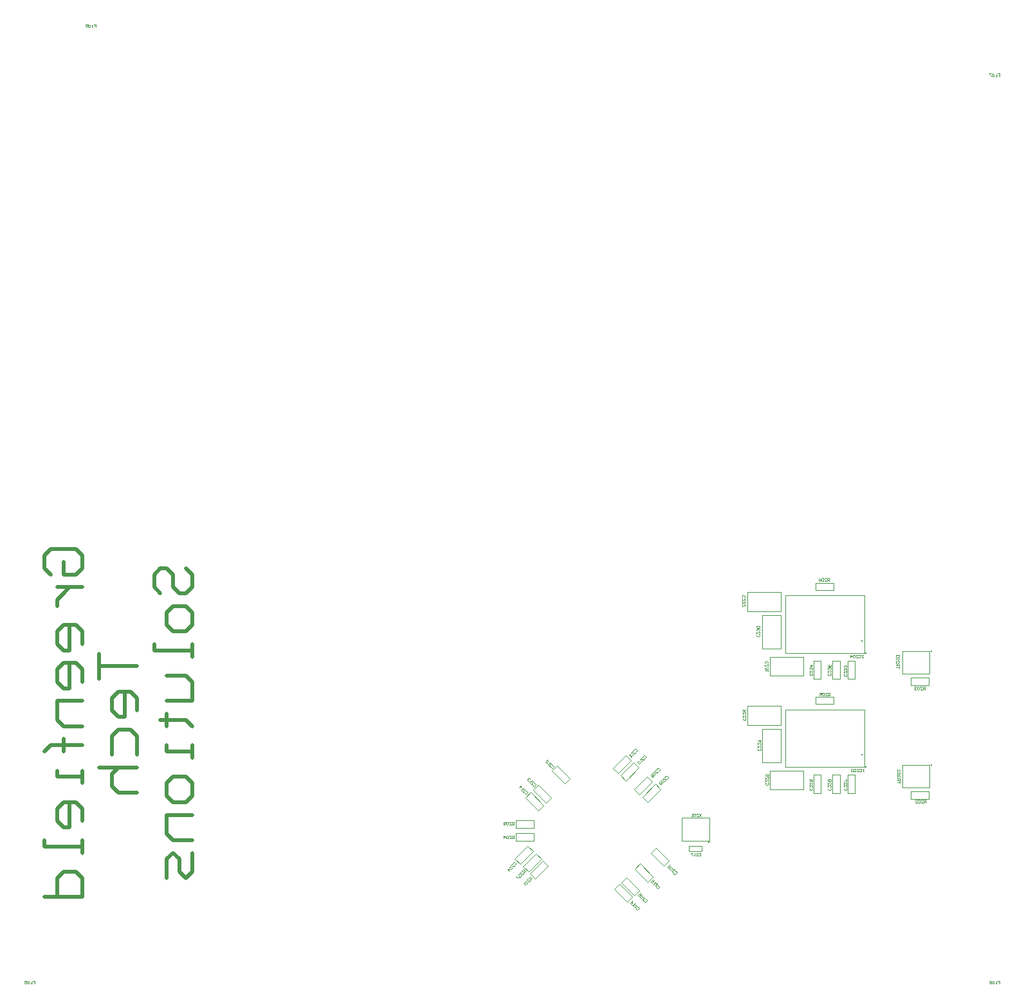
<source format=gbr>
%TF.GenerationSoftware,Altium Limited,Altium Designer,22.1.2 (22)*%
G04 Layer_Color=32896*
%FSLAX26Y26*%
%MOIN*%
%TF.SameCoordinates,4DF63D30-2817-4CE9-9CB3-8786E99D956B*%
%TF.FilePolarity,Positive*%
%TF.FileFunction,Legend,Bot*%
%TF.Part,Single*%
G01*
G75*
%TA.AperFunction,NonConductor*%
%ADD95C,0.003937*%
%ADD96C,0.001968*%
%ADD97C,0.001000*%
%ADD98C,0.020000*%
%ADD99C,0.003000*%
%ADD100R,0.009842X0.009842*%
%ADD101R,0.007874X0.007874*%
%ADD102R,0.005906X0.005906*%
D95*
X5362205Y2803150D02*
Y3102362D01*
X4952756Y2803150D02*
Y3102362D01*
X5362205D01*
X4952756Y2803150D02*
X5362205D01*
Y2212598D02*
Y2511811D01*
X4952756Y2212598D02*
Y2511811D01*
X5362205D01*
X4952756Y2212598D02*
X5362205D01*
D96*
X5559052Y2814961D02*
X5700787D01*
X5559052Y2696848D02*
X5700787D01*
X5559052D02*
Y2814961D01*
X5700787Y2696848D02*
Y2814961D01*
X4873693Y2785433D02*
X5047244D01*
X4873693Y2687008D02*
Y2785433D01*
Y2687008D02*
X5047244D01*
Y2785433D01*
X4559055Y1830709D02*
Y1948822D01*
X4417318Y1830709D02*
Y1948822D01*
X4559055D01*
X4417318Y1830709D02*
X4559055D01*
X4832677Y2235898D02*
Y2409449D01*
Y2235898D02*
X4931102D01*
Y2409449D01*
X4832677D02*
X4931102D01*
X4873693Y2194882D02*
X5047244D01*
X4873693Y2096457D02*
Y2194882D01*
Y2096457D02*
X5047244D01*
Y2194882D01*
X4755583Y2529528D02*
X4929134D01*
X4755583Y2431102D02*
Y2529528D01*
Y2431102D02*
X4929134D01*
Y2529528D01*
X4832677Y2826449D02*
Y3000000D01*
Y2826449D02*
X4931102D01*
Y3000000D01*
X4832677D02*
X4931102D01*
X4755583Y3120079D02*
X4929134D01*
X4755583Y3021654D02*
Y3120079D01*
Y3021654D02*
X4929134D01*
Y3120079D01*
X5559052Y2224409D02*
X5700787D01*
X5559052Y2106296D02*
X5700787D01*
X5559052D02*
Y2224409D01*
X5700787Y2106296D02*
Y2224409D01*
D97*
X3551584Y1735934D02*
X3618397Y1802747D01*
X3551584Y1735934D02*
X3578454Y1709064D01*
X3645267Y1775877D01*
X3618397Y1802747D02*
X3645267Y1775877D01*
X4102765Y1614460D02*
X4169578Y1547647D01*
X4196448Y1574517D01*
X4129635Y1641330D02*
X4196448Y1574517D01*
X4102765Y1614460D02*
X4129635Y1641330D01*
X4256308Y1768003D02*
X4323121Y1701190D01*
X4349991Y1728060D01*
X4283178Y1794873D02*
X4349991Y1728060D01*
X4256308Y1768003D02*
X4283178Y1794873D01*
X4239871Y2031899D02*
X4306684Y2098712D01*
X4279814Y2125582D02*
X4306684Y2098712D01*
X4213001Y2058769D02*
X4279814Y2125582D01*
X4213001Y2058769D02*
X4239871Y2031899D01*
X4196564Y2071269D02*
X4263377Y2138082D01*
X4236507Y2164952D02*
X4263377Y2138082D01*
X4169694Y2098139D02*
X4236507Y2164952D01*
X4169694Y2098139D02*
X4196564Y2071269D01*
X4125698Y2142135D02*
X4192511Y2208948D01*
X4165641Y2235818D02*
X4192511Y2208948D01*
X4098828Y2169005D02*
X4165641Y2235818D01*
X4098828Y2169005D02*
X4125698Y2142135D01*
X4086328Y2181505D02*
X4153141Y2248318D01*
X4126271Y2275188D02*
X4153141Y2248318D01*
X4059457Y2208375D02*
X4126271Y2275188D01*
X4059457Y2208375D02*
X4086328Y2181505D01*
X3771367Y2220070D02*
X3838180Y2153257D01*
X3744497Y2193200D02*
X3771367Y2220070D01*
X3744497Y2193200D02*
X3811310Y2126387D01*
X3838180Y2153257D01*
X3672942Y2121645D02*
X3739755Y2054831D01*
X3646072Y2094775D02*
X3672942Y2121645D01*
X3646072Y2094775D02*
X3712885Y2027961D01*
X3739755Y2054831D01*
X3633572Y2082275D02*
X3700385Y2015461D01*
X3606702Y2055405D02*
X3633572Y2082275D01*
X3606702Y2055405D02*
X3673515Y1988591D01*
X3700385Y2015461D01*
X4173631Y1685326D02*
X4240444Y1618513D01*
X4267314Y1645383D01*
X4200501Y1712196D02*
X4267314Y1645383D01*
X4173631Y1685326D02*
X4200501Y1712196D01*
X4067331Y1579027D02*
X4134145Y1512213D01*
X4161015Y1539083D01*
X4094202Y1605897D02*
X4161015Y1539083D01*
X4067331Y1579027D02*
X4094202Y1605897D01*
X4454724Y1778339D02*
Y1804339D01*
X4521654D01*
Y1778339D02*
Y1804339D01*
X4454724Y1778339D02*
X4521654D01*
X5276276Y2078740D02*
Y2173228D01*
Y2078740D02*
X5314276D01*
Y2173228D01*
X5276276D02*
X5314276D01*
X5099110Y2078740D02*
Y2173228D01*
Y2078740D02*
X5137110D01*
Y2173228D01*
X5099110D02*
X5137110D01*
X5197535Y2078740D02*
Y2173228D01*
Y2078740D02*
X5235535D01*
Y2173228D01*
X5197535D02*
X5235535D01*
X5276276Y2669291D02*
Y2763780D01*
Y2669291D02*
X5314276D01*
Y2763780D01*
X5276276D02*
X5314276D01*
X5099110Y2669291D02*
Y2763780D01*
Y2669291D02*
X5137110D01*
Y2763780D01*
X5099110D02*
X5137110D01*
X5197535Y2669291D02*
Y2763780D01*
Y2669291D02*
X5235535D01*
Y2763780D01*
X5197535D02*
X5235535D01*
X5602362Y2047929D02*
Y2085929D01*
X5696850D01*
Y2047929D02*
Y2085929D01*
X5602362Y2047929D02*
X5696850D01*
X5602362Y2638480D02*
Y2676480D01*
X5696850D01*
Y2638480D02*
Y2676480D01*
X5602362Y2638480D02*
X5696850D01*
X5204724Y2540055D02*
Y2578055D01*
X5110236Y2540055D02*
X5204724D01*
X5110236D02*
Y2578055D01*
X5204724D01*
Y3130606D02*
Y3168606D01*
X5110236Y3130606D02*
X5204724D01*
X5110236D02*
Y3168606D01*
X5204724D01*
X3649606Y1898323D02*
Y1936323D01*
X3555118Y1898323D02*
X3649606D01*
X3555118D02*
Y1936323D01*
X3649606D01*
X3594891Y1696564D02*
X3621761Y1669694D01*
X3594891Y1696564D02*
X3661704Y1763377D01*
X3688574Y1736507D01*
X3621761Y1669694D02*
X3688574Y1736507D01*
X3630324Y1661131D02*
X3657194Y1634261D01*
X3630324Y1661131D02*
X3697137Y1727944D01*
X3724007Y1701074D01*
X3657194Y1634261D02*
X3724007Y1701074D01*
X3649606Y1831394D02*
Y1869394D01*
X3555118Y1831394D02*
X3649606D01*
X3555118D02*
Y1869394D01*
X3649606D01*
D98*
X1146323Y3211693D02*
X1113525Y3244491D01*
Y3310087D01*
X1146323Y3342885D01*
X1277514D01*
X1310312Y3310087D01*
Y3244491D01*
X1277514Y3211693D01*
X1211919D01*
Y3277289D01*
X1179121Y3146098D02*
X1310312D01*
X1244717D01*
X1211919Y3113300D01*
X1179121Y3080502D01*
Y3047704D01*
X1310312Y2850918D02*
Y2916513D01*
X1277514Y2949311D01*
X1211919D01*
X1179121Y2916513D01*
Y2850918D01*
X1211919Y2818120D01*
X1244717D01*
Y2949311D01*
X1310312Y2654131D02*
Y2719726D01*
X1277514Y2752524D01*
X1211919D01*
X1179121Y2719726D01*
Y2654131D01*
X1211919Y2621333D01*
X1244717D01*
Y2752524D01*
X1310312Y2555737D02*
X1179121D01*
Y2457344D01*
X1211919Y2424546D01*
X1310312D01*
Y2326153D02*
X1146323D01*
X1211919D01*
Y2358950D01*
Y2293355D01*
Y2326153D01*
X1146323D01*
X1113525Y2293355D01*
X1310312Y2194961D02*
Y2129366D01*
Y2162164D01*
X1179121D01*
Y2194961D01*
X1310312Y1932579D02*
Y1998175D01*
X1277514Y2030973D01*
X1211919D01*
X1179121Y1998175D01*
Y1932579D01*
X1211919Y1899781D01*
X1244717D01*
Y2030973D01*
X1310312Y1834186D02*
Y1768590D01*
Y1801388D01*
X1113525D01*
Y1834186D01*
Y1539005D02*
X1310312D01*
Y1637399D01*
X1277514Y1670197D01*
X1211919D01*
X1179121Y1637399D01*
Y1539005D01*
X1397670Y2801721D02*
Y2670530D01*
Y2736125D01*
X1594457D01*
Y2506541D02*
Y2572136D01*
X1561659Y2604934D01*
X1496063D01*
X1463265Y2572136D01*
Y2506541D01*
X1496063Y2473743D01*
X1528861D01*
Y2604934D01*
X1463265Y2276956D02*
Y2375349D01*
X1496063Y2408147D01*
X1561659D01*
X1594457Y2375349D01*
Y2276956D01*
X1397670Y2211360D02*
X1594457D01*
X1496063D01*
X1463265Y2178563D01*
Y2112967D01*
X1496063Y2080169D01*
X1594457D01*
X1714612Y3113300D02*
X1681814Y3146098D01*
Y3211693D01*
X1714612Y3244491D01*
X1747409D01*
X1780207Y3211693D01*
Y3146098D01*
X1813005Y3113300D01*
X1845803D01*
X1878601Y3146098D01*
Y3211693D01*
X1845803Y3244491D01*
X1878601Y3014907D02*
Y2949311D01*
X1845803Y2916513D01*
X1780207D01*
X1747409Y2949311D01*
Y3014907D01*
X1780207Y3047704D01*
X1845803D01*
X1878601Y3014907D01*
Y2850918D02*
Y2785322D01*
Y2818120D01*
X1681814D01*
Y2850918D01*
X1747409Y2686928D02*
X1845803D01*
X1878601Y2654131D01*
Y2555737D01*
X1747409D01*
X1714612Y2457344D02*
X1747409D01*
Y2490142D01*
Y2424546D01*
Y2457344D01*
X1845803D01*
X1878601Y2424546D01*
Y2326153D02*
Y2260557D01*
Y2293355D01*
X1747409D01*
Y2326153D01*
X1878601Y2129366D02*
Y2063770D01*
X1845803Y2030973D01*
X1780207D01*
X1747409Y2063770D01*
Y2129366D01*
X1780207Y2162164D01*
X1845803D01*
X1878601Y2129366D01*
Y1965377D02*
X1747409D01*
Y1866984D01*
X1780207Y1834186D01*
X1878601D01*
Y1768590D02*
Y1670197D01*
X1845803Y1637399D01*
X1813005Y1670197D01*
Y1735792D01*
X1780207Y1768590D01*
X1747409Y1735792D01*
Y1637399D01*
D99*
X1368771Y6065432D02*
X1378768D01*
Y6057935D01*
X1373769D01*
X1378768D01*
Y6050437D01*
X1363773D02*
X1358774D01*
X1361273D01*
Y6060434D01*
X1363773D01*
X1341280Y6065432D02*
Y6050437D01*
X1348777D01*
X1351276Y6052936D01*
Y6057935D01*
X1348777Y6060434D01*
X1341280D01*
X1336281Y6062933D02*
X1333782Y6065432D01*
X1328784D01*
X1326284Y6062933D01*
Y6060434D01*
X1328784Y6057935D01*
X1326284Y6055435D01*
Y6052936D01*
X1328784Y6050437D01*
X1333782D01*
X1336281Y6052936D01*
Y6055435D01*
X1333782Y6057935D01*
X1336281Y6060434D01*
Y6062933D01*
X1333782Y6057935D02*
X1328784D01*
X6053810Y5809527D02*
X6063807D01*
Y5802029D01*
X6058809D01*
X6063807D01*
Y5794532D01*
X6048812D02*
X6043814D01*
X6046313D01*
Y5804528D01*
X6048812D01*
X6026319Y5809527D02*
Y5794532D01*
X6033817D01*
X6036316Y5797031D01*
Y5802029D01*
X6033817Y5804528D01*
X6026319D01*
X6021321Y5809527D02*
X6011324D01*
Y5807028D01*
X6021321Y5797031D01*
Y5794532D01*
X6053810Y1104802D02*
X6063807D01*
Y1097305D01*
X6058809D01*
X6063807D01*
Y1089807D01*
X6048812D02*
X6043814D01*
X6046313D01*
Y1099804D01*
X6048812D01*
X6026319Y1104802D02*
Y1089807D01*
X6033817D01*
X6036316Y1092306D01*
Y1097305D01*
X6033817Y1099804D01*
X6026319D01*
X6011324Y1104802D02*
X6016322Y1102303D01*
X6021321Y1097305D01*
Y1092306D01*
X6018822Y1089807D01*
X6013823D01*
X6011324Y1092306D01*
Y1094805D01*
X6013823Y1097305D01*
X6021321D01*
X1053810Y1104802D02*
X1063807D01*
Y1097305D01*
X1058809D01*
X1063807D01*
Y1089807D01*
X1048812D02*
X1043813D01*
X1046313D01*
Y1099804D01*
X1048812D01*
X1026319Y1104802D02*
Y1089807D01*
X1033817D01*
X1036316Y1092306D01*
Y1097305D01*
X1033817Y1099804D01*
X1026319D01*
X1011324Y1104802D02*
X1021321D01*
Y1097305D01*
X1016322Y1099804D01*
X1013823D01*
X1011324Y1097305D01*
Y1092306D01*
X1013823Y1089807D01*
X1018822D01*
X1021321Y1092306D01*
X4849332Y2751216D02*
X4846833Y2753715D01*
Y2758713D01*
X4849332Y2761213D01*
X4859329D01*
X4861828Y2758713D01*
Y2753715D01*
X4859329Y2751216D01*
X4861828Y2736220D02*
Y2746217D01*
X4851831Y2736220D01*
X4849332D01*
X4846833Y2738720D01*
Y2743718D01*
X4849332Y2746217D01*
Y2731222D02*
X4846833Y2728723D01*
Y2723724D01*
X4849332Y2721225D01*
X4851831D01*
X4854331Y2723724D01*
Y2726224D01*
Y2723724D01*
X4856830Y2721225D01*
X4859329D01*
X4861828Y2723724D01*
Y2728723D01*
X4859329Y2731222D01*
X4861828Y2716227D02*
Y2711229D01*
Y2713728D01*
X4846833D01*
X4849332Y2716227D01*
X3547176Y1842896D02*
Y1857891D01*
X3539679D01*
X3537179Y1855392D01*
Y1850394D01*
X3539679Y1847895D01*
X3547176D01*
X3542178D02*
X3537179Y1842896D01*
X3522184D02*
X3532181D01*
X3522184Y1852893D01*
Y1855392D01*
X3524683Y1857891D01*
X3529682D01*
X3532181Y1855392D01*
X3517186D02*
X3514687Y1857891D01*
X3509688D01*
X3507189Y1855392D01*
Y1845395D01*
X3509688Y1842896D01*
X3514687D01*
X3517186Y1845395D01*
Y1855392D01*
X3494693Y1842896D02*
Y1857891D01*
X3502191Y1850394D01*
X3492194D01*
X3641084Y1634418D02*
X3630481Y1645021D01*
X3625179Y1639719D01*
Y1636185D01*
X3628713Y1632650D01*
X3632248D01*
X3637549Y1637952D01*
X3634015Y1634418D02*
Y1627349D01*
X3623412Y1616746D02*
X3630481Y1623814D01*
X3616343D01*
X3614576Y1625582D01*
Y1629116D01*
X3618110Y1632650D01*
X3621644D01*
X3611041Y1622047D02*
X3607507D01*
X3603972Y1618513D01*
Y1614978D01*
X3611041Y1607910D01*
X3614576D01*
X3618110Y1611444D01*
Y1614978D01*
X3611041Y1622047D01*
X3609274Y1602608D02*
X3605740Y1599074D01*
X3607507Y1600841D01*
X3596904Y1611444D01*
X3600438D01*
X3607418Y1671618D02*
X3596815Y1682221D01*
X3591513Y1676919D01*
Y1673385D01*
X3595048Y1669851D01*
X3598582D01*
X3603884Y1675152D01*
X3600349Y1671618D02*
Y1664549D01*
X3589746Y1653946D02*
X3596815Y1661015D01*
X3582677D01*
X3580910Y1662782D01*
Y1666316D01*
X3584444Y1669851D01*
X3587979D01*
X3577376Y1659247D02*
X3573841D01*
X3570307Y1655713D01*
Y1652179D01*
X3577376Y1645110D01*
X3580910D01*
X3584444Y1648644D01*
Y1652179D01*
X3577376Y1659247D01*
X3565005Y1650411D02*
X3557936Y1643343D01*
X3559704Y1641575D01*
X3573841D01*
X3575608Y1639808D01*
X3547176Y1913762D02*
Y1928757D01*
X3539679D01*
X3537179Y1926258D01*
Y1921260D01*
X3539679Y1918761D01*
X3547176D01*
X3542178D02*
X3537179Y1913762D01*
X3522184D02*
X3532181D01*
X3522184Y1923759D01*
Y1926258D01*
X3524683Y1928757D01*
X3529682D01*
X3532181Y1926258D01*
X3517186D02*
X3514687Y1928757D01*
X3509688D01*
X3507189Y1926258D01*
Y1916261D01*
X3509688Y1913762D01*
X3514687D01*
X3517186Y1916261D01*
Y1926258D01*
X3502191D02*
X3499691Y1928757D01*
X3494693D01*
X3492194Y1926258D01*
Y1923759D01*
X3494693Y1921260D01*
X3492194Y1918761D01*
Y1916261D01*
X3494693Y1913762D01*
X3499691D01*
X3502191Y1916261D01*
Y1918761D01*
X3499691Y1921260D01*
X3502191Y1923759D01*
Y1926258D01*
X3499691Y1921260D02*
X3494693D01*
X5181034Y3177542D02*
Y3192537D01*
X5173537D01*
X5171038Y3190038D01*
Y3185039D01*
X5173537Y3182540D01*
X5181034D01*
X5176036D02*
X5171038Y3177542D01*
X5156042D02*
X5166039D01*
X5156042Y3187539D01*
Y3190038D01*
X5158542Y3192537D01*
X5163540D01*
X5166039Y3190038D01*
X5151044D02*
X5148545Y3192537D01*
X5143547D01*
X5141047Y3190038D01*
Y3180041D01*
X5143547Y3177542D01*
X5148545D01*
X5151044Y3180041D01*
Y3190038D01*
X5126052Y3192537D02*
X5131051Y3190038D01*
X5136049Y3185039D01*
Y3180041D01*
X5133550Y3177542D01*
X5128551D01*
X5126052Y3180041D01*
Y3182540D01*
X5128551Y3185039D01*
X5136049D01*
X5184971Y2583054D02*
Y2598049D01*
X5177474D01*
X5174975Y2595550D01*
Y2590551D01*
X5177474Y2588052D01*
X5184971D01*
X5179973D02*
X5174975Y2583054D01*
X5159980D02*
X5169976D01*
X5159980Y2593050D01*
Y2595550D01*
X5162479Y2598049D01*
X5167477D01*
X5169976Y2595550D01*
X5154981D02*
X5152482Y2598049D01*
X5147484D01*
X5144984Y2595550D01*
Y2585553D01*
X5147484Y2583054D01*
X5152482D01*
X5154981Y2585553D01*
Y2595550D01*
X5129989Y2598049D02*
X5139986D01*
Y2590551D01*
X5134988Y2593050D01*
X5132488D01*
X5129989Y2590551D01*
Y2585553D01*
X5132488Y2583054D01*
X5137487D01*
X5139986Y2585553D01*
X5542931Y2724854D02*
Y2734850D01*
Y2729852D01*
X5527935D01*
Y2739849D02*
X5542931D01*
Y2747346D01*
X5540431Y2749845D01*
X5535433D01*
X5532934Y2747346D01*
Y2739849D01*
Y2744847D02*
X5527935Y2749845D01*
Y2764841D02*
Y2754844D01*
X5537932Y2764841D01*
X5540431D01*
X5542931Y2762341D01*
Y2757343D01*
X5540431Y2754844D01*
Y2769839D02*
X5542931Y2772338D01*
Y2777337D01*
X5540431Y2779836D01*
X5530435D01*
X5527935Y2777337D01*
Y2772338D01*
X5530435Y2769839D01*
X5540431D01*
Y2784834D02*
X5542931Y2787334D01*
Y2792332D01*
X5540431Y2794831D01*
X5537932D01*
X5535433Y2792332D01*
Y2789833D01*
Y2792332D01*
X5532934Y2794831D01*
X5530435D01*
X5527935Y2792332D01*
Y2787334D01*
X5530435Y2784834D01*
X5546868Y2130365D02*
Y2140362D01*
Y2135364D01*
X5531873D01*
Y2145360D02*
X5546868D01*
Y2152858D01*
X5544368Y2155357D01*
X5539370D01*
X5536871Y2152858D01*
Y2145360D01*
Y2150359D02*
X5531873Y2155357D01*
Y2170352D02*
Y2160356D01*
X5541869Y2170352D01*
X5544368D01*
X5546868Y2167853D01*
Y2162855D01*
X5544368Y2160356D01*
Y2175351D02*
X5546868Y2177850D01*
Y2182849D01*
X5544368Y2185348D01*
X5534372D01*
X5531873Y2182849D01*
Y2177850D01*
X5534372Y2175351D01*
X5544368D01*
X5531873Y2200343D02*
Y2190346D01*
X5541869Y2200343D01*
X5544368D01*
X5546868Y2197844D01*
Y2192845D01*
X5544368Y2190346D01*
X5677097Y2614550D02*
Y2629545D01*
X5669600D01*
X5667101Y2627046D01*
Y2622047D01*
X5669600Y2619548D01*
X5677097D01*
X5672099D02*
X5667101Y2614550D01*
X5652105D02*
X5662102D01*
X5652105Y2624546D01*
Y2627046D01*
X5654605Y2629545D01*
X5659603D01*
X5662102Y2627046D01*
X5647107D02*
X5644608Y2629545D01*
X5639609D01*
X5637110Y2627046D01*
Y2617049D01*
X5639609Y2614550D01*
X5644608D01*
X5647107Y2617049D01*
Y2627046D01*
X5632112D02*
X5629613Y2629545D01*
X5624614D01*
X5622115Y2627046D01*
Y2624546D01*
X5624614Y2622047D01*
X5627114D01*
X5624614D01*
X5622115Y2619548D01*
Y2617049D01*
X5624614Y2614550D01*
X5629613D01*
X5632112Y2617049D01*
X5681034Y2027936D02*
Y2042931D01*
X5673537D01*
X5671038Y2040431D01*
Y2035433D01*
X5673537Y2032934D01*
X5681034D01*
X5676036D02*
X5671038Y2027936D01*
X5656042D02*
X5666039D01*
X5656042Y2037932D01*
Y2040431D01*
X5658542Y2042931D01*
X5663540D01*
X5666039Y2040431D01*
X5651044D02*
X5648545Y2042931D01*
X5643547D01*
X5641047Y2040431D01*
Y2030435D01*
X5643547Y2027936D01*
X5648545D01*
X5651044Y2030435D01*
Y2040431D01*
X5626052Y2027936D02*
X5636049D01*
X5626052Y2037932D01*
Y2040431D01*
X5628551Y2042931D01*
X5633550D01*
X5636049Y2040431D01*
X5356574Y2794899D02*
X5351575D01*
X5354075D01*
Y2779904D01*
X5356574D01*
X5351575D01*
X5334081Y2792400D02*
X5336580Y2794899D01*
X5341579D01*
X5344078Y2792400D01*
Y2782403D01*
X5341579Y2779904D01*
X5336580D01*
X5334081Y2782403D01*
X5319086Y2779904D02*
X5329083D01*
X5319086Y2789901D01*
Y2792400D01*
X5321585Y2794899D01*
X5326583D01*
X5329083Y2792400D01*
X5314087D02*
X5311588Y2794899D01*
X5306590D01*
X5304091Y2792400D01*
Y2782403D01*
X5306590Y2779904D01*
X5311588D01*
X5314087Y2782403D01*
Y2792400D01*
X5291595Y2779904D02*
Y2794899D01*
X5299092Y2787402D01*
X5289095D01*
X5360511Y2204348D02*
X5355512D01*
X5358012D01*
Y2189353D01*
X5360511D01*
X5355512D01*
X5338018Y2201849D02*
X5340517Y2204348D01*
X5345516D01*
X5348015Y2201849D01*
Y2191852D01*
X5345516Y2189353D01*
X5340517D01*
X5338018Y2191852D01*
X5323023Y2189353D02*
X5333020D01*
X5323023Y2199350D01*
Y2201849D01*
X5325522Y2204348D01*
X5330520D01*
X5333020Y2201849D01*
X5318025D02*
X5315525Y2204348D01*
X5310527D01*
X5308028Y2201849D01*
Y2191852D01*
X5310527Y2189353D01*
X5315525D01*
X5318025Y2191852D01*
Y2201849D01*
X5303029D02*
X5300530Y2204348D01*
X5295532D01*
X5293033Y2201849D01*
Y2199350D01*
X5295532Y2196850D01*
X5298031D01*
X5295532D01*
X5293033Y2194351D01*
Y2191852D01*
X5295532Y2189353D01*
X5300530D01*
X5303029Y2191852D01*
X5186101Y2699041D02*
X5188600Y2696542D01*
Y2691543D01*
X5186101Y2689044D01*
X5176104D01*
X5173605Y2691543D01*
Y2696542D01*
X5176104Y2699041D01*
X5173605Y2714036D02*
Y2704039D01*
X5183602Y2714036D01*
X5186101D01*
X5188600Y2711537D01*
Y2706539D01*
X5186101Y2704039D01*
Y2719035D02*
X5188600Y2721534D01*
Y2726532D01*
X5186101Y2729031D01*
X5183602D01*
X5181102Y2726532D01*
Y2724033D01*
Y2726532D01*
X5178603Y2729031D01*
X5176104D01*
X5173605Y2726532D01*
Y2721534D01*
X5176104Y2719035D01*
X5188600Y2744027D02*
Y2734030D01*
X5181102D01*
X5183602Y2739028D01*
Y2741527D01*
X5181102Y2744027D01*
X5176104D01*
X5173605Y2741527D01*
Y2736529D01*
X5176104Y2734030D01*
X5091613Y2699041D02*
X5094112Y2696542D01*
Y2691543D01*
X5091613Y2689044D01*
X5081616D01*
X5079117Y2691543D01*
Y2696542D01*
X5081616Y2699041D01*
X5079117Y2714036D02*
Y2704039D01*
X5089113Y2714036D01*
X5091613D01*
X5094112Y2711537D01*
Y2706539D01*
X5091613Y2704039D01*
Y2719035D02*
X5094112Y2721534D01*
Y2726532D01*
X5091613Y2729031D01*
X5089113D01*
X5086614Y2726532D01*
Y2724033D01*
Y2726532D01*
X5084115Y2729031D01*
X5081616D01*
X5079117Y2726532D01*
Y2721534D01*
X5081616Y2719035D01*
X5079117Y2741527D02*
X5094112D01*
X5086614Y2734030D01*
Y2744027D01*
X5268778Y2695104D02*
X5271277Y2692605D01*
Y2687606D01*
X5268778Y2685107D01*
X5258781D01*
X5256282Y2687606D01*
Y2692605D01*
X5258781Y2695104D01*
X5256282Y2710099D02*
Y2700102D01*
X5266279Y2710099D01*
X5268778D01*
X5271277Y2707600D01*
Y2702602D01*
X5268778Y2700102D01*
Y2715097D02*
X5271277Y2717597D01*
Y2722595D01*
X5268778Y2725094D01*
X5266279D01*
X5263780Y2722595D01*
Y2720096D01*
Y2722595D01*
X5261280Y2725094D01*
X5258781D01*
X5256282Y2722595D01*
Y2717597D01*
X5258781Y2715097D01*
X5268778Y2730093D02*
X5271277Y2732592D01*
Y2737590D01*
X5268778Y2740090D01*
X5266279D01*
X5263780Y2737590D01*
Y2735091D01*
Y2737590D01*
X5261280Y2740090D01*
X5258781D01*
X5256282Y2737590D01*
Y2732592D01*
X5258781Y2730093D01*
X4731222Y3092298D02*
X4728723Y3094797D01*
Y3099795D01*
X4731222Y3102294D01*
X4741219D01*
X4743718Y3099795D01*
Y3094797D01*
X4741219Y3092298D01*
X4743718Y3077302D02*
Y3087299D01*
X4733721Y3077302D01*
X4731222D01*
X4728723Y3079802D01*
Y3084800D01*
X4731222Y3087299D01*
Y3072304D02*
X4728723Y3069805D01*
Y3064806D01*
X4731222Y3062307D01*
X4733721D01*
X4736220Y3064806D01*
Y3067305D01*
Y3064806D01*
X4738720Y3062307D01*
X4741219D01*
X4743718Y3064806D01*
Y3069805D01*
X4741219Y3072304D01*
X4743718Y3047312D02*
Y3057309D01*
X4733721Y3047312D01*
X4731222D01*
X4728723Y3049811D01*
Y3054809D01*
X4731222Y3057309D01*
X4816022Y2899828D02*
X4818521Y2897329D01*
Y2892331D01*
X4816022Y2889832D01*
X4806025D01*
X4803526Y2892331D01*
Y2897329D01*
X4806025Y2899828D01*
X4803526Y2914824D02*
Y2904827D01*
X4813523Y2914824D01*
X4816022D01*
X4818521Y2912324D01*
Y2907326D01*
X4816022Y2904827D01*
Y2919822D02*
X4818521Y2922321D01*
Y2927320D01*
X4816022Y2929819D01*
X4813523D01*
X4811024Y2927320D01*
Y2924820D01*
Y2927320D01*
X4808524Y2929819D01*
X4806025D01*
X4803526Y2927320D01*
Y2922321D01*
X4806025Y2919822D01*
X4816022Y2934817D02*
X4818521Y2937316D01*
Y2942315D01*
X4816022Y2944814D01*
X4806025D01*
X4803526Y2942315D01*
Y2937316D01*
X4806025Y2934817D01*
X4816022D01*
X5186101Y2104553D02*
X5188600Y2102054D01*
Y2097055D01*
X5186101Y2094556D01*
X5176104D01*
X5173605Y2097055D01*
Y2102054D01*
X5176104Y2104553D01*
X5173605Y2119548D02*
Y2109551D01*
X5183602Y2119548D01*
X5186101D01*
X5188600Y2117049D01*
Y2112050D01*
X5186101Y2109551D01*
X5173605Y2134543D02*
Y2124546D01*
X5183602Y2134543D01*
X5186101D01*
X5188600Y2132044D01*
Y2127046D01*
X5186101Y2124546D01*
X5176104Y2139542D02*
X5173605Y2142041D01*
Y2147039D01*
X5176104Y2149538D01*
X5186101D01*
X5188600Y2147039D01*
Y2142041D01*
X5186101Y2139542D01*
X5183602D01*
X5181102Y2142041D01*
Y2149538D01*
X5091613Y2104553D02*
X5094112Y2102054D01*
Y2097055D01*
X5091613Y2094556D01*
X5081616D01*
X5079117Y2097055D01*
Y2102054D01*
X5081616Y2104553D01*
X5079117Y2119548D02*
Y2109551D01*
X5089113Y2119548D01*
X5091613D01*
X5094112Y2117049D01*
Y2112050D01*
X5091613Y2109551D01*
X5079117Y2134543D02*
Y2124546D01*
X5089113Y2134543D01*
X5091613D01*
X5094112Y2132044D01*
Y2127046D01*
X5091613Y2124546D01*
Y2139542D02*
X5094112Y2142041D01*
Y2147039D01*
X5091613Y2149538D01*
X5089113D01*
X5086614Y2147039D01*
X5084115Y2149538D01*
X5081616D01*
X5079117Y2147039D01*
Y2142041D01*
X5081616Y2139542D01*
X5084115D01*
X5086614Y2142041D01*
X5089113Y2139542D01*
X5091613D01*
X5086614Y2142041D02*
Y2147039D01*
X5268778Y2104553D02*
X5271277Y2102053D01*
Y2097055D01*
X5268778Y2094556D01*
X5258781D01*
X5256282Y2097055D01*
Y2102053D01*
X5258781Y2104553D01*
X5256282Y2119548D02*
Y2109551D01*
X5266279Y2119548D01*
X5268778D01*
X5271277Y2117049D01*
Y2112050D01*
X5268778Y2109551D01*
X5256282Y2134543D02*
Y2124546D01*
X5266279Y2134543D01*
X5268778D01*
X5271277Y2132044D01*
Y2127046D01*
X5268778Y2124546D01*
X5271277Y2139541D02*
Y2149538D01*
X5268778D01*
X5258781Y2139541D01*
X5256282D01*
X4745156Y2466758D02*
X4747655Y2464258D01*
Y2459260D01*
X4745156Y2456761D01*
X4735159D01*
X4732660Y2459260D01*
Y2464258D01*
X4735159Y2466758D01*
X4732660Y2481753D02*
Y2471756D01*
X4742657Y2481753D01*
X4745156D01*
X4747655Y2479253D01*
Y2474255D01*
X4745156Y2471756D01*
X4732660Y2496748D02*
Y2486751D01*
X4742657Y2496748D01*
X4745156D01*
X4747655Y2494249D01*
Y2489250D01*
X4745156Y2486751D01*
X4747655Y2511743D02*
X4745156Y2506745D01*
X4740158Y2501746D01*
X4735159D01*
X4732660Y2504245D01*
Y2509244D01*
X4735159Y2511743D01*
X4737658D01*
X4740158Y2509244D01*
Y2501746D01*
X4863266Y2132112D02*
X4865765Y2129613D01*
Y2124614D01*
X4863266Y2122115D01*
X4853269D01*
X4850770Y2124614D01*
Y2129613D01*
X4853269Y2132112D01*
X4850770Y2147107D02*
Y2137110D01*
X4860767Y2147107D01*
X4863266D01*
X4865765Y2144608D01*
Y2139609D01*
X4863266Y2137110D01*
X4850770Y2162102D02*
Y2152105D01*
X4860767Y2162102D01*
X4863266D01*
X4865765Y2159603D01*
Y2154604D01*
X4863266Y2152105D01*
X4865765Y2177097D02*
Y2167101D01*
X4858268D01*
X4860767Y2172099D01*
Y2174598D01*
X4858268Y2177097D01*
X4853269D01*
X4850770Y2174598D01*
Y2169600D01*
X4853269Y2167101D01*
X4823896Y2309277D02*
X4826395Y2306778D01*
Y2301780D01*
X4823896Y2299280D01*
X4813899D01*
X4811400Y2301780D01*
Y2306778D01*
X4813899Y2309277D01*
X4811400Y2324272D02*
Y2314276D01*
X4821397Y2324272D01*
X4823896D01*
X4826395Y2321773D01*
Y2316775D01*
X4823896Y2314276D01*
X4811400Y2339268D02*
Y2329271D01*
X4821397Y2339268D01*
X4823896D01*
X4826395Y2336768D01*
Y2331770D01*
X4823896Y2329271D01*
X4811400Y2351764D02*
X4826395D01*
X4818898Y2344266D01*
Y2354263D01*
X4517118Y1972064D02*
X4507121Y1957069D01*
Y1972064D02*
X4517118Y1957069D01*
X4492126D02*
X4502123D01*
X4492126Y1967066D01*
Y1969565D01*
X4494625Y1972064D01*
X4499624D01*
X4502123Y1969565D01*
X4487128D02*
X4484628Y1972064D01*
X4479630D01*
X4477131Y1969565D01*
Y1959569D01*
X4479630Y1957069D01*
X4484628D01*
X4487128Y1959569D01*
Y1969565D01*
X4472132Y1957069D02*
X4467134D01*
X4469633D01*
Y1972064D01*
X4472132Y1969565D01*
X4504434Y1764841D02*
X4506933Y1767340D01*
X4511931D01*
X4514431Y1764841D01*
Y1754844D01*
X4511931Y1752345D01*
X4506933D01*
X4504434Y1754844D01*
X4489439Y1752345D02*
X4499435D01*
X4489439Y1762342D01*
Y1764841D01*
X4491938Y1767340D01*
X4496936D01*
X4499435Y1764841D01*
X4484440Y1752345D02*
X4479442D01*
X4481941D01*
Y1767340D01*
X4484440Y1764841D01*
X4471944Y1767340D02*
X4461947D01*
Y1764841D01*
X4471944Y1754844D01*
Y1752345D01*
X4188250Y1488111D02*
X4191784D01*
X4195318Y1484576D01*
Y1481042D01*
X4188250Y1473973D01*
X4184715D01*
X4181181Y1477507D01*
Y1481042D01*
X4168810Y1489878D02*
X4175879Y1482809D01*
Y1496947D01*
X4177646Y1498714D01*
X4181181D01*
X4184715Y1495179D01*
Y1491645D01*
X4165276Y1493412D02*
X4161742Y1496947D01*
X4163509Y1495179D01*
X4174112Y1505783D01*
Y1502248D01*
X4159974Y1519920D02*
X4161742Y1514619D01*
Y1507550D01*
X4158207Y1504015D01*
X4154673D01*
X4151138Y1507550D01*
Y1511084D01*
X4152906Y1512851D01*
X4156440D01*
X4161742Y1507550D01*
X4294549Y1598347D02*
X4298083D01*
X4301618Y1594812D01*
Y1591278D01*
X4294549Y1584209D01*
X4291015D01*
X4287480Y1587744D01*
Y1591278D01*
X4275110Y1600114D02*
X4282178Y1593045D01*
Y1607183D01*
X4283946Y1608950D01*
X4287480D01*
X4291015Y1605416D01*
Y1601881D01*
X4271575Y1603648D02*
X4268041Y1607183D01*
X4269808Y1605416D01*
X4280411Y1616019D01*
Y1612484D01*
X4266274Y1630156D02*
X4273342Y1623088D01*
X4268041Y1617786D01*
X4266274Y1623088D01*
X4264507Y1624855D01*
X4260972D01*
X4257438Y1621320D01*
Y1617786D01*
X4260972Y1614252D01*
X4264507D01*
X3609510Y2086536D02*
X3613044D01*
X3616578Y2083001D01*
Y2079467D01*
X3609510Y2072398D01*
X3605975D01*
X3602441Y2075933D01*
Y2079467D01*
X3590070Y2088303D02*
X3597139Y2081234D01*
Y2095372D01*
X3598906Y2097139D01*
X3602441D01*
X3605975Y2093605D01*
Y2090070D01*
X3586536Y2091837D02*
X3583001Y2095372D01*
X3584769Y2093605D01*
X3595372Y2104208D01*
Y2100673D01*
X3572398Y2105975D02*
X3583001Y2116578D01*
Y2105975D01*
X3575933Y2113044D01*
X3652816Y2125906D02*
X3656351D01*
X3659885Y2122372D01*
Y2118837D01*
X3652816Y2111768D01*
X3649282D01*
X3645748Y2115303D01*
Y2118837D01*
X3633377Y2127673D02*
X3640446Y2120604D01*
Y2134742D01*
X3642213Y2136509D01*
X3645748D01*
X3649282Y2132975D01*
Y2129440D01*
X3629843Y2131207D02*
X3626309Y2134742D01*
X3628076Y2132975D01*
X3638679Y2143578D01*
Y2140044D01*
X3629843Y2148880D02*
Y2152414D01*
X3626309Y2155948D01*
X3622774D01*
X3621007Y2154181D01*
Y2150647D01*
X3622774Y2148880D01*
X3621007Y2150647D01*
X3617472D01*
X3615705Y2148880D01*
Y2145345D01*
X3619240Y2141811D01*
X3622774D01*
X3747305Y2220394D02*
X3750839D01*
X3754374Y2216860D01*
Y2213325D01*
X3747305Y2206256D01*
X3743770D01*
X3740236Y2209791D01*
Y2213325D01*
X3727866Y2222161D02*
X3734934Y2215092D01*
Y2229230D01*
X3736702Y2230997D01*
X3740236D01*
X3743770Y2227463D01*
Y2223928D01*
X3724331Y2225696D02*
X3720797Y2229230D01*
X3722564Y2227463D01*
X3733167Y2238066D01*
Y2234532D01*
X3708426Y2241600D02*
X3715495Y2234532D01*
Y2248669D01*
X3717262Y2250436D01*
X3720797D01*
X3724331Y2246902D01*
Y2243368D01*
X4171539Y2300656D02*
Y2304190D01*
X4175074Y2307724D01*
X4178608D01*
X4185677Y2300656D01*
Y2297121D01*
X4182143Y2293587D01*
X4178608D01*
X4169772Y2281216D02*
X4176841Y2288285D01*
X4162703D01*
X4160936Y2290052D01*
Y2293587D01*
X4164471Y2297121D01*
X4168005D01*
X4166238Y2277682D02*
X4162703Y2274148D01*
X4164471Y2275915D01*
X4153867Y2286518D01*
X4157402D01*
Y2268846D02*
X4153867Y2265312D01*
X4155635Y2267079D01*
X4145031Y2277682D01*
X4148566D01*
X4216614Y2266990D02*
Y2270524D01*
X4220148Y2274059D01*
X4223682D01*
X4230751Y2266990D01*
Y2263455D01*
X4227217Y2259921D01*
X4223682D01*
X4214846Y2247550D02*
X4221915Y2254619D01*
X4207778D01*
X4206011Y2256387D01*
Y2259921D01*
X4209545Y2263455D01*
X4213079D01*
X4211312Y2244016D02*
X4207778Y2240482D01*
X4209545Y2242249D01*
X4198942Y2252852D01*
X4202476D01*
X4193640Y2244016D02*
X4190106D01*
X4186571Y2240482D01*
Y2236947D01*
X4193640Y2229878D01*
X4197175D01*
X4200709Y2233413D01*
Y2236947D01*
X4193640Y2244016D01*
X4288364Y2200944D02*
Y2204479D01*
X4291898Y2208013D01*
X4295432D01*
X4302501Y2200944D01*
Y2197410D01*
X4298967Y2193876D01*
X4295432D01*
X4286596Y2181505D02*
X4293665Y2188574D01*
X4279528D01*
X4277760Y2190341D01*
Y2193876D01*
X4281295Y2197410D01*
X4284829D01*
X4274226Y2186807D02*
X4270692D01*
X4267157Y2183272D01*
Y2179738D01*
X4274226Y2172669D01*
X4277760D01*
X4281295Y2176204D01*
Y2179738D01*
X4274226Y2186807D01*
X4270692Y2169135D02*
Y2165600D01*
X4267157Y2162066D01*
X4263623D01*
X4256554Y2169135D01*
Y2172669D01*
X4260088Y2176204D01*
X4263623D01*
X4265390Y2174436D01*
Y2170902D01*
X4260088Y2165600D01*
X4331671Y2161574D02*
Y2165108D01*
X4335205Y2168643D01*
X4338739D01*
X4345808Y2161574D01*
Y2158040D01*
X4342274Y2154505D01*
X4338739D01*
X4329903Y2142135D02*
X4336972Y2149204D01*
X4322835D01*
X4321067Y2150971D01*
Y2154505D01*
X4324602Y2158040D01*
X4328136D01*
X4317533Y2147436D02*
X4313999D01*
X4310464Y2143902D01*
Y2140368D01*
X4317533Y2133299D01*
X4321067D01*
X4324602Y2136833D01*
Y2140368D01*
X4317533Y2147436D01*
X4306930Y2136833D02*
X4303395D01*
X4299861Y2133299D01*
Y2129765D01*
X4301628Y2127997D01*
X4305163D01*
Y2124463D01*
X4306930Y2122696D01*
X4310464D01*
X4313999Y2126230D01*
Y2129765D01*
X4312231Y2131532D01*
X4308697D01*
Y2135066D01*
X4306930Y2136833D01*
X4308697Y2131532D02*
X4305163Y2127997D01*
X4382047Y1672266D02*
X4385581D01*
X4389115Y1668732D01*
Y1665198D01*
X4382047Y1658129D01*
X4378512D01*
X4374978Y1661663D01*
Y1665198D01*
X4362607Y1674034D02*
X4369676Y1666965D01*
Y1681102D01*
X4371443Y1682870D01*
X4374978D01*
X4378512Y1679335D01*
Y1675801D01*
X4367909Y1686404D02*
Y1689938D01*
X4364375Y1693473D01*
X4360840D01*
X4353771Y1686404D01*
Y1682870D01*
X4357306Y1679335D01*
X4360840D01*
X4367909Y1686404D01*
X4352004Y1705843D02*
X4353771Y1700542D01*
Y1693473D01*
X4350237Y1689938D01*
X4346703D01*
X4343168Y1693473D01*
Y1697007D01*
X4344935Y1698774D01*
X4348470D01*
X4353771Y1693473D01*
X4228503Y1526597D02*
X4232038D01*
X4235572Y1523063D01*
Y1519528D01*
X4228503Y1512459D01*
X4224969D01*
X4221434Y1515994D01*
Y1519528D01*
X4209064Y1528364D02*
X4216133Y1521295D01*
Y1535433D01*
X4217900Y1537200D01*
X4221434D01*
X4224969Y1533666D01*
Y1530131D01*
X4214366Y1540735D02*
Y1544269D01*
X4210831Y1547803D01*
X4207297D01*
X4200228Y1540735D01*
Y1537200D01*
X4203762Y1533666D01*
X4207297D01*
X4214366Y1540735D01*
X4198461Y1560174D02*
X4205530Y1553105D01*
X4200228Y1547803D01*
X4198461Y1553105D01*
X4196694Y1554872D01*
X4193159D01*
X4189625Y1551338D01*
Y1547803D01*
X4193159Y1544269D01*
X4196694D01*
X3544269Y1712755D02*
Y1716290D01*
X3547803Y1719824D01*
X3551338D01*
X3558407Y1712755D01*
Y1709221D01*
X3554872Y1705686D01*
X3551338D01*
X3542502Y1693316D02*
X3549571Y1700385D01*
X3535433D01*
X3533666Y1702152D01*
Y1705686D01*
X3537200Y1709221D01*
X3540735D01*
X3530131Y1698618D02*
X3526597D01*
X3523063Y1695083D01*
Y1691549D01*
X3530131Y1684480D01*
X3533666D01*
X3537200Y1688014D01*
Y1691549D01*
X3530131Y1698618D01*
X3523063Y1673877D02*
X3512459Y1684480D01*
X3523063D01*
X3515994Y1677411D01*
D100*
X5351376Y2867128D02*
D03*
X5371061Y2804136D02*
D03*
X5351376Y2276577D02*
D03*
X5371061Y2213585D02*
D03*
D101*
X5708660Y2812992D02*
D03*
Y2222441D02*
D03*
D102*
X4556100Y1823821D02*
D03*
%TF.MD5,d7b519af89de7802b2debb1334be646b*%
M02*

</source>
